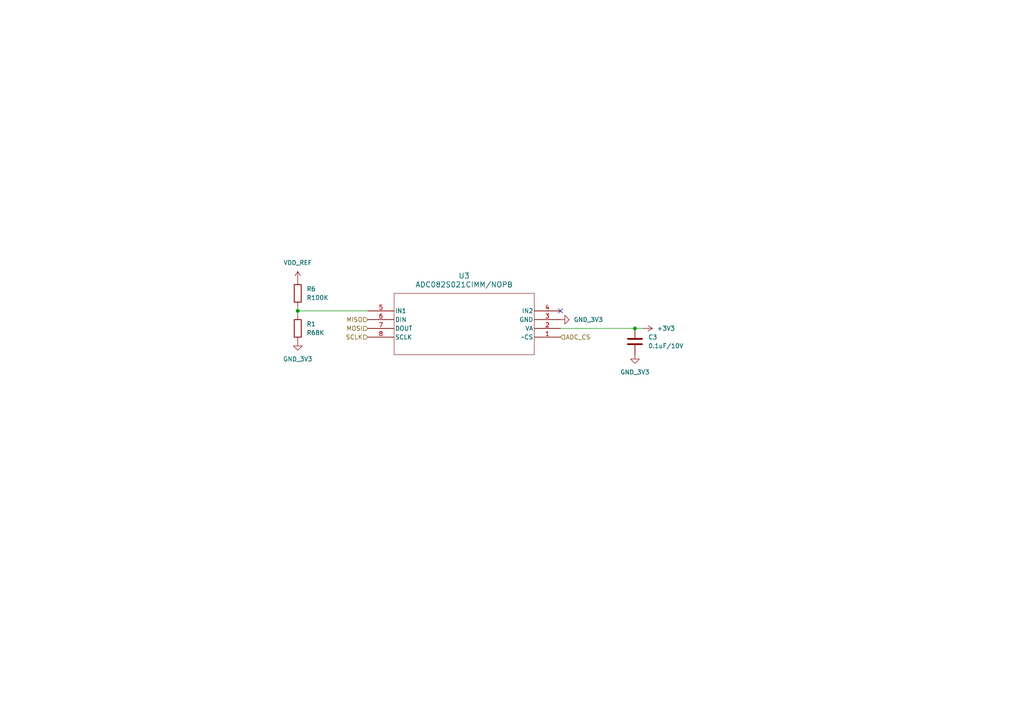
<source format=kicad_sch>
(kicad_sch (version 20231120) (generator "eeschema") (generator_version "8.0")
  (paper "A4")
  (lib_symbols
    (symbol "ADC082S021CIMM_NOPB:ADC082S021CIMM_NOPB" (pin_names (offset 0.254))
      (property "Reference" "U" (at 27.94 10.16 0))
      (property "Value" "ADC082S021CIMM/NOPB" (at 27.94 7.62 0))
      (symbol "ADC082S021CIMM_NOPB_0_1"
        (polyline (pts (xy 7.62 -12.7) (xy 48.26 -12.7)) (stroke (width 0.127)))
        (polyline (pts (xy 7.62 5.08) (xy 7.62 -12.7)) (stroke (width 0.127)))
        (polyline (pts (xy 48.26 -12.7) (xy 48.26 5.08)) (stroke (width 0.127)))
        (polyline (pts (xy 48.26 5.08) (xy 7.62 5.08)) (stroke (width 0.127)))
        (pin passive line (at 0 0 0) (length 7.62) (name "~CS") (number "1"))
        (pin passive line (at 0 -2.54 0) (length 7.62) (name "VA") (number "2"))
        (pin passive line (at 0 -5.08 0) (length 7.62) (name "GND") (number "3"))
        (pin input line (at 0 -7.62 0) (length 7.62) (name "IN2") (number "4"))
        (pin input line (at 55.88 -7.62 180) (length 7.62) (name "IN1") (number "5"))
        (pin input line (at 55.88 -5.08 180) (length 7.62) (name "DIN") (number "6"))
        (pin output line (at 55.88 -2.54 180) (length 7.62) (name "DOUT") (number "7"))
        (pin passive line (at 55.88 0 180) (length 7.62) (name "SCLK") (number "8"))
      )
    )
    (symbol "Device:C" (pin_numbers hide) (pin_names (offset 0.254))
      (property "Reference" "C" (at 0.635 2.54 0))
      (property "Value" "C" (at 0.635 -2.54 0))
      (symbol "C_0_1"
        (polyline (pts (xy -2.032 -0.762) (xy 2.032 -0.762)) (stroke (width 0.508)))
        (polyline (pts (xy -2.032 0.762) (xy 2.032 0.762)) (stroke (width 0.508)))
      )
      (symbol "C_1_1"
        (pin passive line (at 0 3.81 270) (length 2.794) (name "~") (number "1"))
        (pin passive line (at 0 -3.81 90) (length 2.794) (name "~") (number "2"))
      )
    )
    (symbol "Device:R" (pin_numbers hide) (pin_names (offset 0))
      (property "Reference" "R" (at 2.032 0 90))
      (property "Value" "R" (at 0 0 90))
      (symbol "R_0_1"
        (rectangle (start -1.016 -2.54) (end 1.016 2.54) (stroke (width 0.254)))
      )
      (symbol "R_1_1"
        (pin passive line (at 0 3.81 270) (length 1.27) (name "~") (number "1"))
        (pin passive line (at 0 -3.81 90) (length 1.27) (name "~") (number "2"))
      )
    )
    (symbol "power:+3V3" (power) (pin_numbers hide) (pin_names (offset 0) hide)
      (property "Value" "+3V3" (at 0 3.556 0))
      (symbol "+3V3_0_1"
        (polyline (pts (xy -0.762 1.27) (xy 0 2.54)))
        (polyline (pts (xy 0 0) (xy 0 2.54)))
        (polyline (pts (xy 0 2.54) (xy 0.762 1.27)))
      )
      (symbol "+3V3_1_1"
        (pin power_in line (at 0 0 90) (length 0) (name "~") (number "1"))
      )
    )
    (symbol "power:GND" (power) (pin_numbers hide) (pin_names (offset 0) hide)
      (property "Value" "GND" (at 0 -3.81 0))
      (symbol "GND_0_1"
        (polyline (pts (xy 0 0) (xy 0 -1.27) (xy 1.27 -1.27) (xy 0 -2.54) (xy -1.27 -1.27) (xy 0 -1.27)))
      )
      (symbol "GND_1_1"
        (pin power_in line (at 0 0 270) (length 0) (name "~") (number "1"))
      )
    )
  )
  (junction (at 86.36 90.17))
  (junction (at 184.15 95.25))
  (no_connect (at 162.56 90.17))
  (wire (pts (xy 86.36 88.9) (xy 86.36 90.17)))
  (wire (pts (xy 186.69 95.25) (xy 184.15 95.25)))
  (wire (pts (xy 86.36 90.17) (xy 86.36 91.44)))
  (wire (pts (xy 162.56 95.25) (xy 184.15 95.25)))
  (wire (pts (xy 86.36 90.17) (xy 106.68 90.17)))
  (hierarchical_label "SCLK" (shape input) (at 106.68 97.79 180))
  (hierarchical_label "MOSI" (shape input) (at 106.68 95.25 180))
  (hierarchical_label "MISO" (shape input) (at 106.68 92.71 180))
  (hierarchical_label "ADC_CS" (shape input) (at 162.56 97.79 0))
  (symbol (lib_id "power:+3V3") (at 186.69 95.25 270) (unit 1)
    (property "Reference" "#PWR032" (effects (hide yes)))
    (property "Value" "+3V3" (at 190.5 95.2499 90) (effects (justify left)))
    (property "Description" "Power symbol creates a global label with name \"+3V3\"" (effects (hide yes)))
  )
  (symbol (lib_id "Device:R") (at 86.36 95.25 180) (unit 1)
    (property "Reference" "R1" (at 88.9 93.9799 0) (effects (justify right)))
    (property "Value" "R68K" (at 88.9 96.5199 0) (effects (justify right)))
    (property "Footprint" "Resistor_SMD:R_0201_0603Metric" (effects (hide yes)))
    (property "Description" "Resistor" (effects (hide yes)))
  )
  (symbol (lib_id "Device:C") (at 184.15 99.06 0) (unit 1)
    (property "Reference" "C3" (at 187.96 97.7899 0) (effects (justify left)))
    (property "Value" "0.1uF/10V" (at 187.96 100.3299 0) (effects (justify left)))
    (property "Footprint" "Capacitor_SMD:C_0201_0603Metric" (effects (hide yes)))
    (property "Description" "Unpolarized capacitor" (effects (hide yes)))
  )
  (symbol (lib_id "ADC082S021CIMM_NOPB:ADC082S021CIMM_NOPB") (at 162.56 97.79 180) (unit 1)
    (property "Reference" "U3" (at 134.62 80.01 0) (effects (font (size 1.524 1.524))))
    (property "Value" "ADC082S021CIMM/NOPB" (at 134.62 82.55 0) (effects (font (size 1.524 1.524))))
    (property "Footprint" "footprints:MUA08A" (effects (hide yes)))
    (property "Datasheet" "ADC082S021CIMM/NOPB" (effects (hide yes)))
  )
  (symbol (lib_id "Device:R") (at 86.36 85.09 180) (unit 1)
    (property "Reference" "R6" (at 88.9 83.8199 0) (effects (justify right)))
    (property "Value" "R100K" (at 88.9 86.3599 0) (effects (justify right)))
    (property "Footprint" "Resistor_SMD:R_0201_0603Metric" (effects (hide yes)))
    (property "Description" "Resistor" (effects (hide yes)))
  )
  (symbol (lib_id "power:GND") (at 86.36 99.06 0) (unit 1)
    (property "Reference" "#PWR029" (effects (hide yes)))
    (property "Value" "GND_3V3" (at 86.36 104.14 0))
    (property "Description" "Power symbol creates a global label with name \"GND\" , ground" (effects (hide yes)))
  )
  (symbol (lib_id "power:GND") (at 162.56 92.71 90) (unit 1)
    (property "Reference" "#PWR030" (effects (hide yes)))
    (property "Value" "GND_3V3" (at 166.37 92.7099 90) (effects (justify right)))
    (property "Description" "Power symbol creates a global label with name \"GND\" , ground" (effects (hide yes)))
  )
  (symbol (lib_id "power:+3V3") (at 86.36 81.28 0) (unit 1)
    (property "Reference" "#PWR087" (effects (hide yes)))
    (property "Value" "VDD_REF" (at 86.36 76.2 0))
    (property "Description" "Power symbol creates a global label with name \"+3V3\"" (effects (hide yes)))
  )
  (symbol (lib_id "power:GND") (at 184.15 102.87 0) (unit 1)
    (property "Reference" "#PWR031" (effects (hide yes)))
    (property "Value" "GND_3V3" (at 184.15 107.95 0))
    (property "Description" "Power symbol creates a global label with name \"GND\" , ground" (effects (hide yes)))
  )
)
</source>
